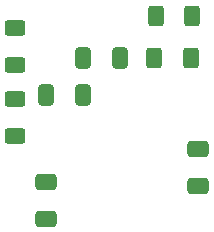
<source format=gtp>
%TF.GenerationSoftware,KiCad,Pcbnew,8.0.5*%
%TF.CreationDate,2025-01-09T17:24:21-08:00*%
%TF.ProjectId,hyperion,68797065-7269-46f6-9e2e-6b696361645f,rev?*%
%TF.SameCoordinates,Original*%
%TF.FileFunction,Paste,Top*%
%TF.FilePolarity,Positive*%
%FSLAX46Y46*%
G04 Gerber Fmt 4.6, Leading zero omitted, Abs format (unit mm)*
G04 Created by KiCad (PCBNEW 8.0.5) date 2025-01-09 17:24:21*
%MOMM*%
%LPD*%
G01*
G04 APERTURE LIST*
G04 Aperture macros list*
%AMRoundRect*
0 Rectangle with rounded corners*
0 $1 Rounding radius*
0 $2 $3 $4 $5 $6 $7 $8 $9 X,Y pos of 4 corners*
0 Add a 4 corners polygon primitive as box body*
4,1,4,$2,$3,$4,$5,$6,$7,$8,$9,$2,$3,0*
0 Add four circle primitives for the rounded corners*
1,1,$1+$1,$2,$3*
1,1,$1+$1,$4,$5*
1,1,$1+$1,$6,$7*
1,1,$1+$1,$8,$9*
0 Add four rect primitives between the rounded corners*
20,1,$1+$1,$2,$3,$4,$5,0*
20,1,$1+$1,$4,$5,$6,$7,0*
20,1,$1+$1,$6,$7,$8,$9,0*
20,1,$1+$1,$8,$9,$2,$3,0*%
G04 Aperture macros list end*
%ADD10RoundRect,0.250000X-0.412500X-0.650000X0.412500X-0.650000X0.412500X0.650000X-0.412500X0.650000X0*%
%ADD11RoundRect,0.250000X0.400000X0.625000X-0.400000X0.625000X-0.400000X-0.625000X0.400000X-0.625000X0*%
%ADD12RoundRect,0.250000X-0.625000X0.400000X-0.625000X-0.400000X0.625000X-0.400000X0.625000X0.400000X0*%
%ADD13RoundRect,0.250000X0.650000X-0.412500X0.650000X0.412500X-0.650000X0.412500X-0.650000X-0.412500X0*%
%ADD14RoundRect,0.250000X0.625000X-0.400000X0.625000X0.400000X-0.625000X0.400000X-0.625000X-0.400000X0*%
%ADD15RoundRect,0.250000X-0.650000X0.412500X-0.650000X-0.412500X0.650000X-0.412500X0.650000X0.412500X0*%
G04 APERTURE END LIST*
D10*
%TO.C,C2*%
X131596600Y-114300000D03*
X134721600Y-114300000D03*
%TD*%
D11*
%TO.C,R5*%
X143891600Y-111201200D03*
X140791600Y-111201200D03*
%TD*%
D12*
%TO.C,R2*%
X129032000Y-117780400D03*
X129032000Y-114680400D03*
%TD*%
D10*
%TO.C,C3*%
X137909700Y-111201200D03*
X134784700Y-111201200D03*
%TD*%
D13*
%TO.C,C1*%
X131622800Y-121678300D03*
X131622800Y-124803300D03*
%TD*%
D14*
%TO.C,R3*%
X129032000Y-111761200D03*
X129032000Y-108661200D03*
%TD*%
D11*
%TO.C,R4*%
X143993200Y-107645200D03*
X140893200Y-107645200D03*
%TD*%
D15*
%TO.C,C4*%
X144526000Y-122034900D03*
X144526000Y-118909900D03*
%TD*%
M02*

</source>
